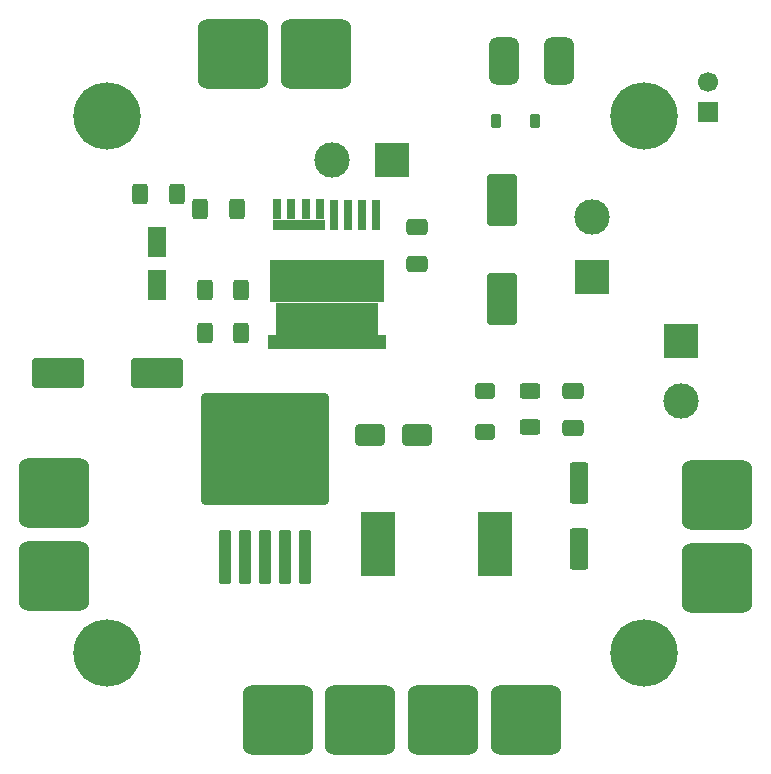
<source format=gbr>
%TF.GenerationSoftware,KiCad,Pcbnew,9.0.5*%
%TF.CreationDate,2025-12-11T06:11:38-03:00*%
%TF.ProjectId,stage power dron_v1,73746167-6520-4706-9f77-65722064726f,rev?*%
%TF.SameCoordinates,Original*%
%TF.FileFunction,Soldermask,Top*%
%TF.FilePolarity,Negative*%
%FSLAX46Y46*%
G04 Gerber Fmt 4.6, Leading zero omitted, Abs format (unit mm)*
G04 Created by KiCad (PCBNEW 9.0.5) date 2025-12-11 06:11:38*
%MOMM*%
%LPD*%
G01*
G04 APERTURE LIST*
G04 Aperture macros list*
%AMRoundRect*
0 Rectangle with rounded corners*
0 $1 Rounding radius*
0 $2 $3 $4 $5 $6 $7 $8 $9 X,Y pos of 4 corners*
0 Add a 4 corners polygon primitive as box body*
4,1,4,$2,$3,$4,$5,$6,$7,$8,$9,$2,$3,0*
0 Add four circle primitives for the rounded corners*
1,1,$1+$1,$2,$3*
1,1,$1+$1,$4,$5*
1,1,$1+$1,$6,$7*
1,1,$1+$1,$8,$9*
0 Add four rect primitives between the rounded corners*
20,1,$1+$1,$2,$3,$4,$5,0*
20,1,$1+$1,$4,$5,$6,$7,0*
20,1,$1+$1,$6,$7,$8,$9,0*
20,1,$1+$1,$8,$9,$2,$3,0*%
G04 Aperture macros list end*
%ADD10R,2.900000X5.400000*%
%ADD11RoundRect,0.250000X-0.550000X1.050000X-0.550000X-1.050000X0.550000X-1.050000X0.550000X1.050000X0*%
%ADD12RoundRect,0.250000X-0.650000X0.412500X-0.650000X-0.412500X0.650000X-0.412500X0.650000X0.412500X0*%
%ADD13RoundRect,0.250000X0.400000X0.625000X-0.400000X0.625000X-0.400000X-0.625000X0.400000X-0.625000X0*%
%ADD14RoundRect,0.900000X2.100000X2.100000X-2.100000X2.100000X-2.100000X-2.100000X2.100000X-2.100000X0*%
%ADD15R,0.800000X2.600000*%
%ADD16R,0.800000X1.710000*%
%ADD17R,9.660000X3.600000*%
%ADD18R,8.700000X2.750000*%
%ADD19R,10.000000X1.300000*%
%ADD20R,4.400000X0.890000*%
%ADD21RoundRect,0.650000X-0.650000X-1.350000X0.650000X-1.350000X0.650000X1.350000X-0.650000X1.350000X0*%
%ADD22RoundRect,0.250000X1.000000X-1.950000X1.000000X1.950000X-1.000000X1.950000X-1.000000X-1.950000X0*%
%ADD23RoundRect,0.250000X-1.950000X-1.000000X1.950000X-1.000000X1.950000X1.000000X-1.950000X1.000000X0*%
%ADD24RoundRect,0.900000X-2.100000X2.100000X-2.100000X-2.100000X2.100000X-2.100000X2.100000X2.100000X0*%
%ADD25RoundRect,0.250000X-1.000000X-0.650000X1.000000X-0.650000X1.000000X0.650000X-1.000000X0.650000X0*%
%ADD26RoundRect,0.250000X0.550000X-1.500000X0.550000X1.500000X-0.550000X1.500000X-0.550000X-1.500000X0*%
%ADD27C,5.700000*%
%ADD28RoundRect,0.250000X-0.600000X0.400000X-0.600000X-0.400000X0.600000X-0.400000X0.600000X0.400000X0*%
%ADD29R,3.000000X3.000000*%
%ADD30C,3.000000*%
%ADD31R,1.700000X1.700000*%
%ADD32C,1.700000*%
%ADD33RoundRect,0.900000X2.100000X-2.100000X2.100000X2.100000X-2.100000X2.100000X-2.100000X-2.100000X0*%
%ADD34RoundRect,0.250000X0.300000X-2.050000X0.300000X2.050000X-0.300000X2.050000X-0.300000X-2.050000X0*%
%ADD35RoundRect,0.250002X5.149998X-4.449998X5.149998X4.449998X-5.149998X4.449998X-5.149998X-4.449998X0*%
%ADD36RoundRect,0.250000X0.650000X-0.412500X0.650000X0.412500X-0.650000X0.412500X-0.650000X-0.412500X0*%
%ADD37RoundRect,0.250000X-0.625000X0.400000X-0.625000X-0.400000X0.625000X-0.400000X0.625000X0.400000X0*%
%ADD38RoundRect,0.225000X0.225000X0.375000X-0.225000X0.375000X-0.225000X-0.375000X0.225000X-0.375000X0*%
G04 APERTURE END LIST*
D10*
%TO.C,L1*%
X139750000Y-87190000D03*
X149650000Y-87190000D03*
%TD*%
D11*
%TO.C,C4*%
X121090000Y-61680000D03*
X121090000Y-65280000D03*
%TD*%
D12*
%TO.C,C1*%
X156300000Y-74237500D03*
X156300000Y-77362500D03*
%TD*%
D13*
%TO.C,R5*%
X128180000Y-69335000D03*
X125080000Y-69335000D03*
%TD*%
D14*
%TO.C,J3*%
X112310000Y-89880000D03*
X112310000Y-82880000D03*
%TD*%
D15*
%TO.C,S1*%
X139630000Y-59315000D03*
X138430000Y-59315000D03*
X137230000Y-59315000D03*
X136030000Y-59315000D03*
D16*
X134830000Y-58870000D03*
X133630000Y-58870000D03*
X132430000Y-58870000D03*
X131230000Y-58870000D03*
D17*
X135430000Y-64945000D03*
D18*
X135430000Y-68120000D03*
D19*
X135430000Y-70145000D03*
D20*
X133030000Y-60170000D03*
%TD*%
D21*
%TO.C,SW1*%
X150420000Y-46305000D03*
X155120000Y-46305000D03*
%TD*%
D22*
%TO.C,C6*%
X150221280Y-66487829D03*
X150221280Y-58087829D03*
%TD*%
D23*
%TO.C,C10*%
X112657500Y-72750000D03*
X121057500Y-72750000D03*
%TD*%
D24*
%TO.C,J2*%
X134477385Y-45698998D03*
X127477385Y-45698998D03*
%TD*%
D25*
%TO.C,D2*%
X139082500Y-78020000D03*
X143082500Y-78020000D03*
%TD*%
D13*
%TO.C,R4*%
X128180000Y-65735000D03*
X125080000Y-65735000D03*
%TD*%
%TO.C,R2*%
X127805000Y-58810000D03*
X124705000Y-58810000D03*
%TD*%
D26*
%TO.C,C9*%
X156750000Y-87640000D03*
X156750000Y-82040000D03*
%TD*%
D27*
%TO.C,H1*%
X162255178Y-50990734D03*
%TD*%
%TO.C,H3*%
X162255178Y-96452703D03*
%TD*%
D28*
%TO.C,D5*%
X148815000Y-74265000D03*
X148815000Y-77765000D03*
%TD*%
D27*
%TO.C,H4*%
X116795073Y-96452703D03*
%TD*%
%TO.C,H2*%
X116795073Y-50990734D03*
%TD*%
D29*
%TO.C,J7*%
X165420000Y-70020000D03*
D30*
X165420000Y-75100000D03*
%TD*%
D14*
%TO.C,J5*%
X168460000Y-90100000D03*
X168460000Y-83100000D03*
%TD*%
D13*
%TO.C,R3*%
X122730000Y-57570000D03*
X119630000Y-57570000D03*
%TD*%
D31*
%TO.C,J1*%
X167690000Y-50640000D03*
D32*
X167690000Y-48100000D03*
%TD*%
D33*
%TO.C,J4*%
X145260000Y-102120000D03*
X152260000Y-102120000D03*
%TD*%
D34*
%TO.C,U1*%
X126770000Y-88280000D03*
X128470000Y-88280000D03*
X130170000Y-88280000D03*
D35*
X130170000Y-79130000D03*
D34*
X131870000Y-88280000D03*
X133570000Y-88280000D03*
%TD*%
D36*
%TO.C,C8*%
X143062868Y-63522897D03*
X143062868Y-60397897D03*
%TD*%
D37*
%TO.C,R1*%
X152590000Y-74220000D03*
X152590000Y-77320000D03*
%TD*%
D38*
%TO.C,D3*%
X153067500Y-51380000D03*
X149767500Y-51380000D03*
%TD*%
D33*
%TO.C,J8*%
X131260000Y-102120000D03*
X138260000Y-102120000D03*
%TD*%
D29*
%TO.C,J11*%
X157910000Y-64590000D03*
D30*
X157910000Y-59510000D03*
%TD*%
D29*
%TO.C,J6*%
X140930000Y-54690000D03*
D30*
X135850000Y-54690000D03*
%TD*%
M02*

</source>
